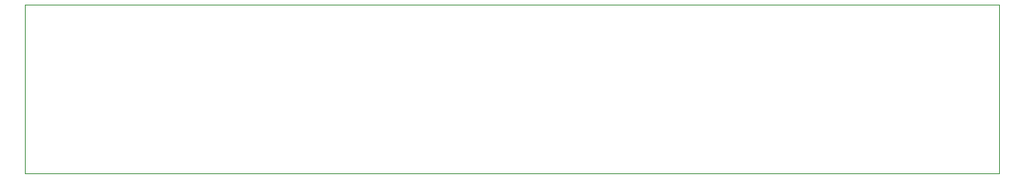
<source format=gbr>
%TF.GenerationSoftware,KiCad,Pcbnew,8.0.1*%
%TF.CreationDate,2024-06-11T21:07:25-04:00*%
%TF.ProjectId,filter,66696c74-6572-42e6-9b69-6361645f7063,rev?*%
%TF.SameCoordinates,Original*%
%TF.FileFunction,Profile,NP*%
%FSLAX46Y46*%
G04 Gerber Fmt 4.6, Leading zero omitted, Abs format (unit mm)*
G04 Created by KiCad (PCBNEW 8.0.1) date 2024-06-11 21:07:25*
%MOMM*%
%LPD*%
G01*
G04 APERTURE LIST*
%TA.AperFunction,Profile*%
%ADD10C,0.050000*%
%TD*%
G04 APERTURE END LIST*
D10*
X84709000Y-88773000D02*
X190754000Y-88773000D01*
X190754000Y-107188000D01*
X84709000Y-107188000D01*
X84709000Y-88773000D01*
M02*

</source>
